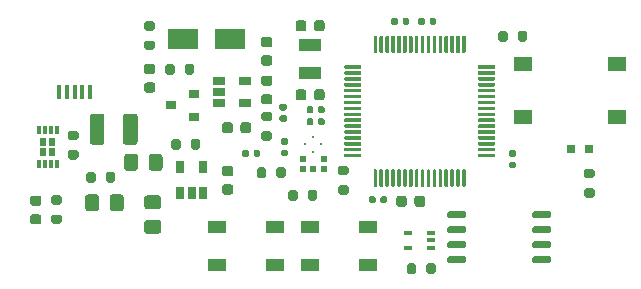
<source format=gtp>
G04 #@! TF.GenerationSoftware,KiCad,Pcbnew,5.1.10-88a1d61d58~90~ubuntu20.04.1*
G04 #@! TF.CreationDate,2022-01-29T20:14:16-05:00*
G04 #@! TF.ProjectId,slg,736c672e-6b69-4636-9164-5f7063625858,v1.0*
G04 #@! TF.SameCoordinates,Original*
G04 #@! TF.FileFunction,Paste,Top*
G04 #@! TF.FilePolarity,Positive*
%FSLAX46Y46*%
G04 Gerber Fmt 4.6, Leading zero omitted, Abs format (unit mm)*
G04 Created by KiCad (PCBNEW 5.1.10-88a1d61d58~90~ubuntu20.04.1) date 2022-01-29 20:14:16*
%MOMM*%
%LPD*%
G01*
G04 APERTURE LIST*
%ADD10R,1.500000X1.000000*%
%ADD11R,1.900000X1.100000*%
%ADD12R,0.650000X0.400000*%
%ADD13R,1.060000X0.650000*%
%ADD14R,0.580000X0.710000*%
%ADD15R,0.300000X0.750000*%
%ADD16R,0.650000X1.060000*%
%ADD17R,1.550000X1.300000*%
%ADD18R,0.900000X0.800000*%
%ADD19R,0.600000X0.522000*%
%ADD20C,0.300000*%
%ADD21R,0.450000X1.300000*%
%ADD22R,0.800000X0.800000*%
%ADD23R,2.500000X1.800000*%
G04 APERTURE END LIST*
G36*
G01*
X82175000Y-42695000D02*
X82175000Y-42395000D01*
G75*
G02*
X82325000Y-42245000I150000J0D01*
G01*
X83625000Y-42245000D01*
G75*
G02*
X83775000Y-42395000I0J-150000D01*
G01*
X83775000Y-42695000D01*
G75*
G02*
X83625000Y-42845000I-150000J0D01*
G01*
X82325000Y-42845000D01*
G75*
G02*
X82175000Y-42695000I0J150000D01*
G01*
G37*
G36*
G01*
X82175000Y-43965000D02*
X82175000Y-43665000D01*
G75*
G02*
X82325000Y-43515000I150000J0D01*
G01*
X83625000Y-43515000D01*
G75*
G02*
X83775000Y-43665000I0J-150000D01*
G01*
X83775000Y-43965000D01*
G75*
G02*
X83625000Y-44115000I-150000J0D01*
G01*
X82325000Y-44115000D01*
G75*
G02*
X82175000Y-43965000I0J150000D01*
G01*
G37*
G36*
G01*
X82175000Y-45235000D02*
X82175000Y-44935000D01*
G75*
G02*
X82325000Y-44785000I150000J0D01*
G01*
X83625000Y-44785000D01*
G75*
G02*
X83775000Y-44935000I0J-150000D01*
G01*
X83775000Y-45235000D01*
G75*
G02*
X83625000Y-45385000I-150000J0D01*
G01*
X82325000Y-45385000D01*
G75*
G02*
X82175000Y-45235000I0J150000D01*
G01*
G37*
G36*
G01*
X82175000Y-46505000D02*
X82175000Y-46205000D01*
G75*
G02*
X82325000Y-46055000I150000J0D01*
G01*
X83625000Y-46055000D01*
G75*
G02*
X83775000Y-46205000I0J-150000D01*
G01*
X83775000Y-46505000D01*
G75*
G02*
X83625000Y-46655000I-150000J0D01*
G01*
X82325000Y-46655000D01*
G75*
G02*
X82175000Y-46505000I0J150000D01*
G01*
G37*
G36*
G01*
X74975000Y-46505000D02*
X74975000Y-46205000D01*
G75*
G02*
X75125000Y-46055000I150000J0D01*
G01*
X76425000Y-46055000D01*
G75*
G02*
X76575000Y-46205000I0J-150000D01*
G01*
X76575000Y-46505000D01*
G75*
G02*
X76425000Y-46655000I-150000J0D01*
G01*
X75125000Y-46655000D01*
G75*
G02*
X74975000Y-46505000I0J150000D01*
G01*
G37*
G36*
G01*
X74975000Y-45235000D02*
X74975000Y-44935000D01*
G75*
G02*
X75125000Y-44785000I150000J0D01*
G01*
X76425000Y-44785000D01*
G75*
G02*
X76575000Y-44935000I0J-150000D01*
G01*
X76575000Y-45235000D01*
G75*
G02*
X76425000Y-45385000I-150000J0D01*
G01*
X75125000Y-45385000D01*
G75*
G02*
X74975000Y-45235000I0J150000D01*
G01*
G37*
G36*
G01*
X74975000Y-43965000D02*
X74975000Y-43665000D01*
G75*
G02*
X75125000Y-43515000I150000J0D01*
G01*
X76425000Y-43515000D01*
G75*
G02*
X76575000Y-43665000I0J-150000D01*
G01*
X76575000Y-43965000D01*
G75*
G02*
X76425000Y-44115000I-150000J0D01*
G01*
X75125000Y-44115000D01*
G75*
G02*
X74975000Y-43965000I0J150000D01*
G01*
G37*
G36*
G01*
X74975000Y-42695000D02*
X74975000Y-42395000D01*
G75*
G02*
X75125000Y-42245000I150000J0D01*
G01*
X76425000Y-42245000D01*
G75*
G02*
X76575000Y-42395000I0J-150000D01*
G01*
X76575000Y-42695000D01*
G75*
G02*
X76425000Y-42845000I-150000J0D01*
G01*
X75125000Y-42845000D01*
G75*
G02*
X74975000Y-42695000I0J150000D01*
G01*
G37*
G36*
G01*
X68744000Y-28782000D02*
X68744000Y-27457000D01*
G75*
G02*
X68819000Y-27382000I75000J0D01*
G01*
X68969000Y-27382000D01*
G75*
G02*
X69044000Y-27457000I0J-75000D01*
G01*
X69044000Y-28782000D01*
G75*
G02*
X68969000Y-28857000I-75000J0D01*
G01*
X68819000Y-28857000D01*
G75*
G02*
X68744000Y-28782000I0J75000D01*
G01*
G37*
G36*
G01*
X69244000Y-28782000D02*
X69244000Y-27457000D01*
G75*
G02*
X69319000Y-27382000I75000J0D01*
G01*
X69469000Y-27382000D01*
G75*
G02*
X69544000Y-27457000I0J-75000D01*
G01*
X69544000Y-28782000D01*
G75*
G02*
X69469000Y-28857000I-75000J0D01*
G01*
X69319000Y-28857000D01*
G75*
G02*
X69244000Y-28782000I0J75000D01*
G01*
G37*
G36*
G01*
X69744000Y-28782000D02*
X69744000Y-27457000D01*
G75*
G02*
X69819000Y-27382000I75000J0D01*
G01*
X69969000Y-27382000D01*
G75*
G02*
X70044000Y-27457000I0J-75000D01*
G01*
X70044000Y-28782000D01*
G75*
G02*
X69969000Y-28857000I-75000J0D01*
G01*
X69819000Y-28857000D01*
G75*
G02*
X69744000Y-28782000I0J75000D01*
G01*
G37*
G36*
G01*
X70244000Y-28782000D02*
X70244000Y-27457000D01*
G75*
G02*
X70319000Y-27382000I75000J0D01*
G01*
X70469000Y-27382000D01*
G75*
G02*
X70544000Y-27457000I0J-75000D01*
G01*
X70544000Y-28782000D01*
G75*
G02*
X70469000Y-28857000I-75000J0D01*
G01*
X70319000Y-28857000D01*
G75*
G02*
X70244000Y-28782000I0J75000D01*
G01*
G37*
G36*
G01*
X70744000Y-28782000D02*
X70744000Y-27457000D01*
G75*
G02*
X70819000Y-27382000I75000J0D01*
G01*
X70969000Y-27382000D01*
G75*
G02*
X71044000Y-27457000I0J-75000D01*
G01*
X71044000Y-28782000D01*
G75*
G02*
X70969000Y-28857000I-75000J0D01*
G01*
X70819000Y-28857000D01*
G75*
G02*
X70744000Y-28782000I0J75000D01*
G01*
G37*
G36*
G01*
X71244000Y-28782000D02*
X71244000Y-27457000D01*
G75*
G02*
X71319000Y-27382000I75000J0D01*
G01*
X71469000Y-27382000D01*
G75*
G02*
X71544000Y-27457000I0J-75000D01*
G01*
X71544000Y-28782000D01*
G75*
G02*
X71469000Y-28857000I-75000J0D01*
G01*
X71319000Y-28857000D01*
G75*
G02*
X71244000Y-28782000I0J75000D01*
G01*
G37*
G36*
G01*
X71744000Y-28782000D02*
X71744000Y-27457000D01*
G75*
G02*
X71819000Y-27382000I75000J0D01*
G01*
X71969000Y-27382000D01*
G75*
G02*
X72044000Y-27457000I0J-75000D01*
G01*
X72044000Y-28782000D01*
G75*
G02*
X71969000Y-28857000I-75000J0D01*
G01*
X71819000Y-28857000D01*
G75*
G02*
X71744000Y-28782000I0J75000D01*
G01*
G37*
G36*
G01*
X72244000Y-28782000D02*
X72244000Y-27457000D01*
G75*
G02*
X72319000Y-27382000I75000J0D01*
G01*
X72469000Y-27382000D01*
G75*
G02*
X72544000Y-27457000I0J-75000D01*
G01*
X72544000Y-28782000D01*
G75*
G02*
X72469000Y-28857000I-75000J0D01*
G01*
X72319000Y-28857000D01*
G75*
G02*
X72244000Y-28782000I0J75000D01*
G01*
G37*
G36*
G01*
X72744000Y-28782000D02*
X72744000Y-27457000D01*
G75*
G02*
X72819000Y-27382000I75000J0D01*
G01*
X72969000Y-27382000D01*
G75*
G02*
X73044000Y-27457000I0J-75000D01*
G01*
X73044000Y-28782000D01*
G75*
G02*
X72969000Y-28857000I-75000J0D01*
G01*
X72819000Y-28857000D01*
G75*
G02*
X72744000Y-28782000I0J75000D01*
G01*
G37*
G36*
G01*
X73244000Y-28782000D02*
X73244000Y-27457000D01*
G75*
G02*
X73319000Y-27382000I75000J0D01*
G01*
X73469000Y-27382000D01*
G75*
G02*
X73544000Y-27457000I0J-75000D01*
G01*
X73544000Y-28782000D01*
G75*
G02*
X73469000Y-28857000I-75000J0D01*
G01*
X73319000Y-28857000D01*
G75*
G02*
X73244000Y-28782000I0J75000D01*
G01*
G37*
G36*
G01*
X73744000Y-28782000D02*
X73744000Y-27457000D01*
G75*
G02*
X73819000Y-27382000I75000J0D01*
G01*
X73969000Y-27382000D01*
G75*
G02*
X74044000Y-27457000I0J-75000D01*
G01*
X74044000Y-28782000D01*
G75*
G02*
X73969000Y-28857000I-75000J0D01*
G01*
X73819000Y-28857000D01*
G75*
G02*
X73744000Y-28782000I0J75000D01*
G01*
G37*
G36*
G01*
X74244000Y-28782000D02*
X74244000Y-27457000D01*
G75*
G02*
X74319000Y-27382000I75000J0D01*
G01*
X74469000Y-27382000D01*
G75*
G02*
X74544000Y-27457000I0J-75000D01*
G01*
X74544000Y-28782000D01*
G75*
G02*
X74469000Y-28857000I-75000J0D01*
G01*
X74319000Y-28857000D01*
G75*
G02*
X74244000Y-28782000I0J75000D01*
G01*
G37*
G36*
G01*
X74744000Y-28782000D02*
X74744000Y-27457000D01*
G75*
G02*
X74819000Y-27382000I75000J0D01*
G01*
X74969000Y-27382000D01*
G75*
G02*
X75044000Y-27457000I0J-75000D01*
G01*
X75044000Y-28782000D01*
G75*
G02*
X74969000Y-28857000I-75000J0D01*
G01*
X74819000Y-28857000D01*
G75*
G02*
X74744000Y-28782000I0J75000D01*
G01*
G37*
G36*
G01*
X75244000Y-28782000D02*
X75244000Y-27457000D01*
G75*
G02*
X75319000Y-27382000I75000J0D01*
G01*
X75469000Y-27382000D01*
G75*
G02*
X75544000Y-27457000I0J-75000D01*
G01*
X75544000Y-28782000D01*
G75*
G02*
X75469000Y-28857000I-75000J0D01*
G01*
X75319000Y-28857000D01*
G75*
G02*
X75244000Y-28782000I0J75000D01*
G01*
G37*
G36*
G01*
X75744000Y-28782000D02*
X75744000Y-27457000D01*
G75*
G02*
X75819000Y-27382000I75000J0D01*
G01*
X75969000Y-27382000D01*
G75*
G02*
X76044000Y-27457000I0J-75000D01*
G01*
X76044000Y-28782000D01*
G75*
G02*
X75969000Y-28857000I-75000J0D01*
G01*
X75819000Y-28857000D01*
G75*
G02*
X75744000Y-28782000I0J75000D01*
G01*
G37*
G36*
G01*
X76244000Y-28782000D02*
X76244000Y-27457000D01*
G75*
G02*
X76319000Y-27382000I75000J0D01*
G01*
X76469000Y-27382000D01*
G75*
G02*
X76544000Y-27457000I0J-75000D01*
G01*
X76544000Y-28782000D01*
G75*
G02*
X76469000Y-28857000I-75000J0D01*
G01*
X76319000Y-28857000D01*
G75*
G02*
X76244000Y-28782000I0J75000D01*
G01*
G37*
G36*
G01*
X77569000Y-30107000D02*
X77569000Y-29957000D01*
G75*
G02*
X77644000Y-29882000I75000J0D01*
G01*
X78969000Y-29882000D01*
G75*
G02*
X79044000Y-29957000I0J-75000D01*
G01*
X79044000Y-30107000D01*
G75*
G02*
X78969000Y-30182000I-75000J0D01*
G01*
X77644000Y-30182000D01*
G75*
G02*
X77569000Y-30107000I0J75000D01*
G01*
G37*
G36*
G01*
X77569000Y-30607000D02*
X77569000Y-30457000D01*
G75*
G02*
X77644000Y-30382000I75000J0D01*
G01*
X78969000Y-30382000D01*
G75*
G02*
X79044000Y-30457000I0J-75000D01*
G01*
X79044000Y-30607000D01*
G75*
G02*
X78969000Y-30682000I-75000J0D01*
G01*
X77644000Y-30682000D01*
G75*
G02*
X77569000Y-30607000I0J75000D01*
G01*
G37*
G36*
G01*
X77569000Y-31107000D02*
X77569000Y-30957000D01*
G75*
G02*
X77644000Y-30882000I75000J0D01*
G01*
X78969000Y-30882000D01*
G75*
G02*
X79044000Y-30957000I0J-75000D01*
G01*
X79044000Y-31107000D01*
G75*
G02*
X78969000Y-31182000I-75000J0D01*
G01*
X77644000Y-31182000D01*
G75*
G02*
X77569000Y-31107000I0J75000D01*
G01*
G37*
G36*
G01*
X77569000Y-31607000D02*
X77569000Y-31457000D01*
G75*
G02*
X77644000Y-31382000I75000J0D01*
G01*
X78969000Y-31382000D01*
G75*
G02*
X79044000Y-31457000I0J-75000D01*
G01*
X79044000Y-31607000D01*
G75*
G02*
X78969000Y-31682000I-75000J0D01*
G01*
X77644000Y-31682000D01*
G75*
G02*
X77569000Y-31607000I0J75000D01*
G01*
G37*
G36*
G01*
X77569000Y-32107000D02*
X77569000Y-31957000D01*
G75*
G02*
X77644000Y-31882000I75000J0D01*
G01*
X78969000Y-31882000D01*
G75*
G02*
X79044000Y-31957000I0J-75000D01*
G01*
X79044000Y-32107000D01*
G75*
G02*
X78969000Y-32182000I-75000J0D01*
G01*
X77644000Y-32182000D01*
G75*
G02*
X77569000Y-32107000I0J75000D01*
G01*
G37*
G36*
G01*
X77569000Y-32607000D02*
X77569000Y-32457000D01*
G75*
G02*
X77644000Y-32382000I75000J0D01*
G01*
X78969000Y-32382000D01*
G75*
G02*
X79044000Y-32457000I0J-75000D01*
G01*
X79044000Y-32607000D01*
G75*
G02*
X78969000Y-32682000I-75000J0D01*
G01*
X77644000Y-32682000D01*
G75*
G02*
X77569000Y-32607000I0J75000D01*
G01*
G37*
G36*
G01*
X77569000Y-33107000D02*
X77569000Y-32957000D01*
G75*
G02*
X77644000Y-32882000I75000J0D01*
G01*
X78969000Y-32882000D01*
G75*
G02*
X79044000Y-32957000I0J-75000D01*
G01*
X79044000Y-33107000D01*
G75*
G02*
X78969000Y-33182000I-75000J0D01*
G01*
X77644000Y-33182000D01*
G75*
G02*
X77569000Y-33107000I0J75000D01*
G01*
G37*
G36*
G01*
X77569000Y-33607000D02*
X77569000Y-33457000D01*
G75*
G02*
X77644000Y-33382000I75000J0D01*
G01*
X78969000Y-33382000D01*
G75*
G02*
X79044000Y-33457000I0J-75000D01*
G01*
X79044000Y-33607000D01*
G75*
G02*
X78969000Y-33682000I-75000J0D01*
G01*
X77644000Y-33682000D01*
G75*
G02*
X77569000Y-33607000I0J75000D01*
G01*
G37*
G36*
G01*
X77569000Y-34107000D02*
X77569000Y-33957000D01*
G75*
G02*
X77644000Y-33882000I75000J0D01*
G01*
X78969000Y-33882000D01*
G75*
G02*
X79044000Y-33957000I0J-75000D01*
G01*
X79044000Y-34107000D01*
G75*
G02*
X78969000Y-34182000I-75000J0D01*
G01*
X77644000Y-34182000D01*
G75*
G02*
X77569000Y-34107000I0J75000D01*
G01*
G37*
G36*
G01*
X77569000Y-34607000D02*
X77569000Y-34457000D01*
G75*
G02*
X77644000Y-34382000I75000J0D01*
G01*
X78969000Y-34382000D01*
G75*
G02*
X79044000Y-34457000I0J-75000D01*
G01*
X79044000Y-34607000D01*
G75*
G02*
X78969000Y-34682000I-75000J0D01*
G01*
X77644000Y-34682000D01*
G75*
G02*
X77569000Y-34607000I0J75000D01*
G01*
G37*
G36*
G01*
X77569000Y-35107000D02*
X77569000Y-34957000D01*
G75*
G02*
X77644000Y-34882000I75000J0D01*
G01*
X78969000Y-34882000D01*
G75*
G02*
X79044000Y-34957000I0J-75000D01*
G01*
X79044000Y-35107000D01*
G75*
G02*
X78969000Y-35182000I-75000J0D01*
G01*
X77644000Y-35182000D01*
G75*
G02*
X77569000Y-35107000I0J75000D01*
G01*
G37*
G36*
G01*
X77569000Y-35607000D02*
X77569000Y-35457000D01*
G75*
G02*
X77644000Y-35382000I75000J0D01*
G01*
X78969000Y-35382000D01*
G75*
G02*
X79044000Y-35457000I0J-75000D01*
G01*
X79044000Y-35607000D01*
G75*
G02*
X78969000Y-35682000I-75000J0D01*
G01*
X77644000Y-35682000D01*
G75*
G02*
X77569000Y-35607000I0J75000D01*
G01*
G37*
G36*
G01*
X77569000Y-36107000D02*
X77569000Y-35957000D01*
G75*
G02*
X77644000Y-35882000I75000J0D01*
G01*
X78969000Y-35882000D01*
G75*
G02*
X79044000Y-35957000I0J-75000D01*
G01*
X79044000Y-36107000D01*
G75*
G02*
X78969000Y-36182000I-75000J0D01*
G01*
X77644000Y-36182000D01*
G75*
G02*
X77569000Y-36107000I0J75000D01*
G01*
G37*
G36*
G01*
X77569000Y-36607000D02*
X77569000Y-36457000D01*
G75*
G02*
X77644000Y-36382000I75000J0D01*
G01*
X78969000Y-36382000D01*
G75*
G02*
X79044000Y-36457000I0J-75000D01*
G01*
X79044000Y-36607000D01*
G75*
G02*
X78969000Y-36682000I-75000J0D01*
G01*
X77644000Y-36682000D01*
G75*
G02*
X77569000Y-36607000I0J75000D01*
G01*
G37*
G36*
G01*
X77569000Y-37107000D02*
X77569000Y-36957000D01*
G75*
G02*
X77644000Y-36882000I75000J0D01*
G01*
X78969000Y-36882000D01*
G75*
G02*
X79044000Y-36957000I0J-75000D01*
G01*
X79044000Y-37107000D01*
G75*
G02*
X78969000Y-37182000I-75000J0D01*
G01*
X77644000Y-37182000D01*
G75*
G02*
X77569000Y-37107000I0J75000D01*
G01*
G37*
G36*
G01*
X77569000Y-37607000D02*
X77569000Y-37457000D01*
G75*
G02*
X77644000Y-37382000I75000J0D01*
G01*
X78969000Y-37382000D01*
G75*
G02*
X79044000Y-37457000I0J-75000D01*
G01*
X79044000Y-37607000D01*
G75*
G02*
X78969000Y-37682000I-75000J0D01*
G01*
X77644000Y-37682000D01*
G75*
G02*
X77569000Y-37607000I0J75000D01*
G01*
G37*
G36*
G01*
X76244000Y-40107000D02*
X76244000Y-38782000D01*
G75*
G02*
X76319000Y-38707000I75000J0D01*
G01*
X76469000Y-38707000D01*
G75*
G02*
X76544000Y-38782000I0J-75000D01*
G01*
X76544000Y-40107000D01*
G75*
G02*
X76469000Y-40182000I-75000J0D01*
G01*
X76319000Y-40182000D01*
G75*
G02*
X76244000Y-40107000I0J75000D01*
G01*
G37*
G36*
G01*
X75744000Y-40107000D02*
X75744000Y-38782000D01*
G75*
G02*
X75819000Y-38707000I75000J0D01*
G01*
X75969000Y-38707000D01*
G75*
G02*
X76044000Y-38782000I0J-75000D01*
G01*
X76044000Y-40107000D01*
G75*
G02*
X75969000Y-40182000I-75000J0D01*
G01*
X75819000Y-40182000D01*
G75*
G02*
X75744000Y-40107000I0J75000D01*
G01*
G37*
G36*
G01*
X75244000Y-40107000D02*
X75244000Y-38782000D01*
G75*
G02*
X75319000Y-38707000I75000J0D01*
G01*
X75469000Y-38707000D01*
G75*
G02*
X75544000Y-38782000I0J-75000D01*
G01*
X75544000Y-40107000D01*
G75*
G02*
X75469000Y-40182000I-75000J0D01*
G01*
X75319000Y-40182000D01*
G75*
G02*
X75244000Y-40107000I0J75000D01*
G01*
G37*
G36*
G01*
X74744000Y-40107000D02*
X74744000Y-38782000D01*
G75*
G02*
X74819000Y-38707000I75000J0D01*
G01*
X74969000Y-38707000D01*
G75*
G02*
X75044000Y-38782000I0J-75000D01*
G01*
X75044000Y-40107000D01*
G75*
G02*
X74969000Y-40182000I-75000J0D01*
G01*
X74819000Y-40182000D01*
G75*
G02*
X74744000Y-40107000I0J75000D01*
G01*
G37*
G36*
G01*
X74244000Y-40107000D02*
X74244000Y-38782000D01*
G75*
G02*
X74319000Y-38707000I75000J0D01*
G01*
X74469000Y-38707000D01*
G75*
G02*
X74544000Y-38782000I0J-75000D01*
G01*
X74544000Y-40107000D01*
G75*
G02*
X74469000Y-40182000I-75000J0D01*
G01*
X74319000Y-40182000D01*
G75*
G02*
X74244000Y-40107000I0J75000D01*
G01*
G37*
G36*
G01*
X73744000Y-40107000D02*
X73744000Y-38782000D01*
G75*
G02*
X73819000Y-38707000I75000J0D01*
G01*
X73969000Y-38707000D01*
G75*
G02*
X74044000Y-38782000I0J-75000D01*
G01*
X74044000Y-40107000D01*
G75*
G02*
X73969000Y-40182000I-75000J0D01*
G01*
X73819000Y-40182000D01*
G75*
G02*
X73744000Y-40107000I0J75000D01*
G01*
G37*
G36*
G01*
X73244000Y-40107000D02*
X73244000Y-38782000D01*
G75*
G02*
X73319000Y-38707000I75000J0D01*
G01*
X73469000Y-38707000D01*
G75*
G02*
X73544000Y-38782000I0J-75000D01*
G01*
X73544000Y-40107000D01*
G75*
G02*
X73469000Y-40182000I-75000J0D01*
G01*
X73319000Y-40182000D01*
G75*
G02*
X73244000Y-40107000I0J75000D01*
G01*
G37*
G36*
G01*
X72744000Y-40107000D02*
X72744000Y-38782000D01*
G75*
G02*
X72819000Y-38707000I75000J0D01*
G01*
X72969000Y-38707000D01*
G75*
G02*
X73044000Y-38782000I0J-75000D01*
G01*
X73044000Y-40107000D01*
G75*
G02*
X72969000Y-40182000I-75000J0D01*
G01*
X72819000Y-40182000D01*
G75*
G02*
X72744000Y-40107000I0J75000D01*
G01*
G37*
G36*
G01*
X72244000Y-40107000D02*
X72244000Y-38782000D01*
G75*
G02*
X72319000Y-38707000I75000J0D01*
G01*
X72469000Y-38707000D01*
G75*
G02*
X72544000Y-38782000I0J-75000D01*
G01*
X72544000Y-40107000D01*
G75*
G02*
X72469000Y-40182000I-75000J0D01*
G01*
X72319000Y-40182000D01*
G75*
G02*
X72244000Y-40107000I0J75000D01*
G01*
G37*
G36*
G01*
X71744000Y-40107000D02*
X71744000Y-38782000D01*
G75*
G02*
X71819000Y-38707000I75000J0D01*
G01*
X71969000Y-38707000D01*
G75*
G02*
X72044000Y-38782000I0J-75000D01*
G01*
X72044000Y-40107000D01*
G75*
G02*
X71969000Y-40182000I-75000J0D01*
G01*
X71819000Y-40182000D01*
G75*
G02*
X71744000Y-40107000I0J75000D01*
G01*
G37*
G36*
G01*
X71244000Y-40107000D02*
X71244000Y-38782000D01*
G75*
G02*
X71319000Y-38707000I75000J0D01*
G01*
X71469000Y-38707000D01*
G75*
G02*
X71544000Y-38782000I0J-75000D01*
G01*
X71544000Y-40107000D01*
G75*
G02*
X71469000Y-40182000I-75000J0D01*
G01*
X71319000Y-40182000D01*
G75*
G02*
X71244000Y-40107000I0J75000D01*
G01*
G37*
G36*
G01*
X70744000Y-40107000D02*
X70744000Y-38782000D01*
G75*
G02*
X70819000Y-38707000I75000J0D01*
G01*
X70969000Y-38707000D01*
G75*
G02*
X71044000Y-38782000I0J-75000D01*
G01*
X71044000Y-40107000D01*
G75*
G02*
X70969000Y-40182000I-75000J0D01*
G01*
X70819000Y-40182000D01*
G75*
G02*
X70744000Y-40107000I0J75000D01*
G01*
G37*
G36*
G01*
X70244000Y-40107000D02*
X70244000Y-38782000D01*
G75*
G02*
X70319000Y-38707000I75000J0D01*
G01*
X70469000Y-38707000D01*
G75*
G02*
X70544000Y-38782000I0J-75000D01*
G01*
X70544000Y-40107000D01*
G75*
G02*
X70469000Y-40182000I-75000J0D01*
G01*
X70319000Y-40182000D01*
G75*
G02*
X70244000Y-40107000I0J75000D01*
G01*
G37*
G36*
G01*
X69744000Y-40107000D02*
X69744000Y-38782000D01*
G75*
G02*
X69819000Y-38707000I75000J0D01*
G01*
X69969000Y-38707000D01*
G75*
G02*
X70044000Y-38782000I0J-75000D01*
G01*
X70044000Y-40107000D01*
G75*
G02*
X69969000Y-40182000I-75000J0D01*
G01*
X69819000Y-40182000D01*
G75*
G02*
X69744000Y-40107000I0J75000D01*
G01*
G37*
G36*
G01*
X69244000Y-40107000D02*
X69244000Y-38782000D01*
G75*
G02*
X69319000Y-38707000I75000J0D01*
G01*
X69469000Y-38707000D01*
G75*
G02*
X69544000Y-38782000I0J-75000D01*
G01*
X69544000Y-40107000D01*
G75*
G02*
X69469000Y-40182000I-75000J0D01*
G01*
X69319000Y-40182000D01*
G75*
G02*
X69244000Y-40107000I0J75000D01*
G01*
G37*
G36*
G01*
X68744000Y-40107000D02*
X68744000Y-38782000D01*
G75*
G02*
X68819000Y-38707000I75000J0D01*
G01*
X68969000Y-38707000D01*
G75*
G02*
X69044000Y-38782000I0J-75000D01*
G01*
X69044000Y-40107000D01*
G75*
G02*
X68969000Y-40182000I-75000J0D01*
G01*
X68819000Y-40182000D01*
G75*
G02*
X68744000Y-40107000I0J75000D01*
G01*
G37*
G36*
G01*
X66244000Y-37607000D02*
X66244000Y-37457000D01*
G75*
G02*
X66319000Y-37382000I75000J0D01*
G01*
X67644000Y-37382000D01*
G75*
G02*
X67719000Y-37457000I0J-75000D01*
G01*
X67719000Y-37607000D01*
G75*
G02*
X67644000Y-37682000I-75000J0D01*
G01*
X66319000Y-37682000D01*
G75*
G02*
X66244000Y-37607000I0J75000D01*
G01*
G37*
G36*
G01*
X66244000Y-37107000D02*
X66244000Y-36957000D01*
G75*
G02*
X66319000Y-36882000I75000J0D01*
G01*
X67644000Y-36882000D01*
G75*
G02*
X67719000Y-36957000I0J-75000D01*
G01*
X67719000Y-37107000D01*
G75*
G02*
X67644000Y-37182000I-75000J0D01*
G01*
X66319000Y-37182000D01*
G75*
G02*
X66244000Y-37107000I0J75000D01*
G01*
G37*
G36*
G01*
X66244000Y-36607000D02*
X66244000Y-36457000D01*
G75*
G02*
X66319000Y-36382000I75000J0D01*
G01*
X67644000Y-36382000D01*
G75*
G02*
X67719000Y-36457000I0J-75000D01*
G01*
X67719000Y-36607000D01*
G75*
G02*
X67644000Y-36682000I-75000J0D01*
G01*
X66319000Y-36682000D01*
G75*
G02*
X66244000Y-36607000I0J75000D01*
G01*
G37*
G36*
G01*
X66244000Y-36107000D02*
X66244000Y-35957000D01*
G75*
G02*
X66319000Y-35882000I75000J0D01*
G01*
X67644000Y-35882000D01*
G75*
G02*
X67719000Y-35957000I0J-75000D01*
G01*
X67719000Y-36107000D01*
G75*
G02*
X67644000Y-36182000I-75000J0D01*
G01*
X66319000Y-36182000D01*
G75*
G02*
X66244000Y-36107000I0J75000D01*
G01*
G37*
G36*
G01*
X66244000Y-35607000D02*
X66244000Y-35457000D01*
G75*
G02*
X66319000Y-35382000I75000J0D01*
G01*
X67644000Y-35382000D01*
G75*
G02*
X67719000Y-35457000I0J-75000D01*
G01*
X67719000Y-35607000D01*
G75*
G02*
X67644000Y-35682000I-75000J0D01*
G01*
X66319000Y-35682000D01*
G75*
G02*
X66244000Y-35607000I0J75000D01*
G01*
G37*
G36*
G01*
X66244000Y-35107000D02*
X66244000Y-34957000D01*
G75*
G02*
X66319000Y-34882000I75000J0D01*
G01*
X67644000Y-34882000D01*
G75*
G02*
X67719000Y-34957000I0J-75000D01*
G01*
X67719000Y-35107000D01*
G75*
G02*
X67644000Y-35182000I-75000J0D01*
G01*
X66319000Y-35182000D01*
G75*
G02*
X66244000Y-35107000I0J75000D01*
G01*
G37*
G36*
G01*
X66244000Y-34607000D02*
X66244000Y-34457000D01*
G75*
G02*
X66319000Y-34382000I75000J0D01*
G01*
X67644000Y-34382000D01*
G75*
G02*
X67719000Y-34457000I0J-75000D01*
G01*
X67719000Y-34607000D01*
G75*
G02*
X67644000Y-34682000I-75000J0D01*
G01*
X66319000Y-34682000D01*
G75*
G02*
X66244000Y-34607000I0J75000D01*
G01*
G37*
G36*
G01*
X66244000Y-34107000D02*
X66244000Y-33957000D01*
G75*
G02*
X66319000Y-33882000I75000J0D01*
G01*
X67644000Y-33882000D01*
G75*
G02*
X67719000Y-33957000I0J-75000D01*
G01*
X67719000Y-34107000D01*
G75*
G02*
X67644000Y-34182000I-75000J0D01*
G01*
X66319000Y-34182000D01*
G75*
G02*
X66244000Y-34107000I0J75000D01*
G01*
G37*
G36*
G01*
X66244000Y-33607000D02*
X66244000Y-33457000D01*
G75*
G02*
X66319000Y-33382000I75000J0D01*
G01*
X67644000Y-33382000D01*
G75*
G02*
X67719000Y-33457000I0J-75000D01*
G01*
X67719000Y-33607000D01*
G75*
G02*
X67644000Y-33682000I-75000J0D01*
G01*
X66319000Y-33682000D01*
G75*
G02*
X66244000Y-33607000I0J75000D01*
G01*
G37*
G36*
G01*
X66244000Y-33107000D02*
X66244000Y-32957000D01*
G75*
G02*
X66319000Y-32882000I75000J0D01*
G01*
X67644000Y-32882000D01*
G75*
G02*
X67719000Y-32957000I0J-75000D01*
G01*
X67719000Y-33107000D01*
G75*
G02*
X67644000Y-33182000I-75000J0D01*
G01*
X66319000Y-33182000D01*
G75*
G02*
X66244000Y-33107000I0J75000D01*
G01*
G37*
G36*
G01*
X66244000Y-32607000D02*
X66244000Y-32457000D01*
G75*
G02*
X66319000Y-32382000I75000J0D01*
G01*
X67644000Y-32382000D01*
G75*
G02*
X67719000Y-32457000I0J-75000D01*
G01*
X67719000Y-32607000D01*
G75*
G02*
X67644000Y-32682000I-75000J0D01*
G01*
X66319000Y-32682000D01*
G75*
G02*
X66244000Y-32607000I0J75000D01*
G01*
G37*
G36*
G01*
X66244000Y-32107000D02*
X66244000Y-31957000D01*
G75*
G02*
X66319000Y-31882000I75000J0D01*
G01*
X67644000Y-31882000D01*
G75*
G02*
X67719000Y-31957000I0J-75000D01*
G01*
X67719000Y-32107000D01*
G75*
G02*
X67644000Y-32182000I-75000J0D01*
G01*
X66319000Y-32182000D01*
G75*
G02*
X66244000Y-32107000I0J75000D01*
G01*
G37*
G36*
G01*
X66244000Y-31607000D02*
X66244000Y-31457000D01*
G75*
G02*
X66319000Y-31382000I75000J0D01*
G01*
X67644000Y-31382000D01*
G75*
G02*
X67719000Y-31457000I0J-75000D01*
G01*
X67719000Y-31607000D01*
G75*
G02*
X67644000Y-31682000I-75000J0D01*
G01*
X66319000Y-31682000D01*
G75*
G02*
X66244000Y-31607000I0J75000D01*
G01*
G37*
G36*
G01*
X66244000Y-31107000D02*
X66244000Y-30957000D01*
G75*
G02*
X66319000Y-30882000I75000J0D01*
G01*
X67644000Y-30882000D01*
G75*
G02*
X67719000Y-30957000I0J-75000D01*
G01*
X67719000Y-31107000D01*
G75*
G02*
X67644000Y-31182000I-75000J0D01*
G01*
X66319000Y-31182000D01*
G75*
G02*
X66244000Y-31107000I0J75000D01*
G01*
G37*
G36*
G01*
X66244000Y-30607000D02*
X66244000Y-30457000D01*
G75*
G02*
X66319000Y-30382000I75000J0D01*
G01*
X67644000Y-30382000D01*
G75*
G02*
X67719000Y-30457000I0J-75000D01*
G01*
X67719000Y-30607000D01*
G75*
G02*
X67644000Y-30682000I-75000J0D01*
G01*
X66319000Y-30682000D01*
G75*
G02*
X66244000Y-30607000I0J75000D01*
G01*
G37*
G36*
G01*
X66244000Y-30107000D02*
X66244000Y-29957000D01*
G75*
G02*
X66319000Y-29882000I75000J0D01*
G01*
X67644000Y-29882000D01*
G75*
G02*
X67719000Y-29957000I0J-75000D01*
G01*
X67719000Y-30107000D01*
G75*
G02*
X67644000Y-30182000I-75000J0D01*
G01*
X66319000Y-30182000D01*
G75*
G02*
X66244000Y-30107000I0J75000D01*
G01*
G37*
D10*
X55462000Y-43612000D03*
X55462000Y-46812000D03*
X60362000Y-43612000D03*
X60362000Y-46812000D03*
G36*
G01*
X59940000Y-28377000D02*
X59440000Y-28377000D01*
G75*
G02*
X59215000Y-28152000I0J225000D01*
G01*
X59215000Y-27702000D01*
G75*
G02*
X59440000Y-27477000I225000J0D01*
G01*
X59940000Y-27477000D01*
G75*
G02*
X60165000Y-27702000I0J-225000D01*
G01*
X60165000Y-28152000D01*
G75*
G02*
X59940000Y-28377000I-225000J0D01*
G01*
G37*
G36*
G01*
X59940000Y-29927000D02*
X59440000Y-29927000D01*
G75*
G02*
X59215000Y-29702000I0J225000D01*
G01*
X59215000Y-29252000D01*
G75*
G02*
X59440000Y-29027000I225000J0D01*
G01*
X59940000Y-29027000D01*
G75*
G02*
X60165000Y-29252000I0J-225000D01*
G01*
X60165000Y-29702000D01*
G75*
G02*
X59940000Y-29927000I-225000J0D01*
G01*
G37*
D11*
X63373000Y-30542000D03*
X63373000Y-28132000D03*
D12*
X71694000Y-45354000D03*
X71694000Y-44054000D03*
X73594000Y-44704000D03*
X73594000Y-44054000D03*
X73594000Y-45354000D03*
D13*
X57869000Y-31181000D03*
X57869000Y-33081000D03*
X55669000Y-33081000D03*
X55669000Y-32131000D03*
X55669000Y-31181000D03*
D14*
X41510500Y-36392500D03*
X41510500Y-37267500D03*
X40785500Y-37267500D03*
X40785500Y-36392500D03*
D15*
X41898000Y-38280000D03*
X41398000Y-38280000D03*
X40898000Y-38280000D03*
X40398000Y-38280000D03*
X40398000Y-35380000D03*
X40898000Y-35380000D03*
X41398000Y-35380000D03*
X41898000Y-35380000D03*
D16*
X52390000Y-38524000D03*
X54290000Y-38524000D03*
X54290000Y-40724000D03*
X53340000Y-40724000D03*
X52390000Y-40724000D03*
D17*
X89319000Y-34254000D03*
X81369000Y-34254000D03*
X89319000Y-29754000D03*
X81369000Y-29754000D03*
G36*
G01*
X63163000Y-41169000D02*
X63163000Y-40619000D01*
G75*
G02*
X63363000Y-40419000I200000J0D01*
G01*
X63763000Y-40419000D01*
G75*
G02*
X63963000Y-40619000I0J-200000D01*
G01*
X63963000Y-41169000D01*
G75*
G02*
X63763000Y-41369000I-200000J0D01*
G01*
X63363000Y-41369000D01*
G75*
G02*
X63163000Y-41169000I0J200000D01*
G01*
G37*
G36*
G01*
X61513000Y-41169000D02*
X61513000Y-40619000D01*
G75*
G02*
X61713000Y-40419000I200000J0D01*
G01*
X62113000Y-40419000D01*
G75*
G02*
X62313000Y-40619000I0J-200000D01*
G01*
X62313000Y-41169000D01*
G75*
G02*
X62113000Y-41369000I-200000J0D01*
G01*
X61713000Y-41369000D01*
G75*
G02*
X61513000Y-41169000I0J200000D01*
G01*
G37*
G36*
G01*
X73196000Y-47392000D02*
X73196000Y-46842000D01*
G75*
G02*
X73396000Y-46642000I200000J0D01*
G01*
X73796000Y-46642000D01*
G75*
G02*
X73996000Y-46842000I0J-200000D01*
G01*
X73996000Y-47392000D01*
G75*
G02*
X73796000Y-47592000I-200000J0D01*
G01*
X73396000Y-47592000D01*
G75*
G02*
X73196000Y-47392000I0J200000D01*
G01*
G37*
G36*
G01*
X71546000Y-47392000D02*
X71546000Y-46842000D01*
G75*
G02*
X71746000Y-46642000I200000J0D01*
G01*
X72146000Y-46642000D01*
G75*
G02*
X72346000Y-46842000I0J-200000D01*
G01*
X72346000Y-47392000D01*
G75*
G02*
X72146000Y-47592000I-200000J0D01*
G01*
X71746000Y-47592000D01*
G75*
G02*
X71546000Y-47392000I0J200000D01*
G01*
G37*
G36*
G01*
X59646000Y-38714000D02*
X59646000Y-39264000D01*
G75*
G02*
X59446000Y-39464000I-200000J0D01*
G01*
X59046000Y-39464000D01*
G75*
G02*
X58846000Y-39264000I0J200000D01*
G01*
X58846000Y-38714000D01*
G75*
G02*
X59046000Y-38514000I200000J0D01*
G01*
X59446000Y-38514000D01*
G75*
G02*
X59646000Y-38714000I0J-200000D01*
G01*
G37*
G36*
G01*
X61296000Y-38714000D02*
X61296000Y-39264000D01*
G75*
G02*
X61096000Y-39464000I-200000J0D01*
G01*
X60696000Y-39464000D01*
G75*
G02*
X60496000Y-39264000I0J200000D01*
G01*
X60496000Y-38714000D01*
G75*
G02*
X60696000Y-38514000I200000J0D01*
G01*
X61096000Y-38514000D01*
G75*
G02*
X61296000Y-38714000I0J-200000D01*
G01*
G37*
G36*
G01*
X66442000Y-39199000D02*
X65892000Y-39199000D01*
G75*
G02*
X65692000Y-38999000I0J200000D01*
G01*
X65692000Y-38599000D01*
G75*
G02*
X65892000Y-38399000I200000J0D01*
G01*
X66442000Y-38399000D01*
G75*
G02*
X66642000Y-38599000I0J-200000D01*
G01*
X66642000Y-38999000D01*
G75*
G02*
X66442000Y-39199000I-200000J0D01*
G01*
G37*
G36*
G01*
X66442000Y-40849000D02*
X65892000Y-40849000D01*
G75*
G02*
X65692000Y-40649000I0J200000D01*
G01*
X65692000Y-40249000D01*
G75*
G02*
X65892000Y-40049000I200000J0D01*
G01*
X66442000Y-40049000D01*
G75*
G02*
X66642000Y-40249000I0J-200000D01*
G01*
X66642000Y-40649000D01*
G75*
G02*
X66442000Y-40849000I-200000J0D01*
G01*
G37*
G36*
G01*
X80943000Y-27707000D02*
X80943000Y-27157000D01*
G75*
G02*
X81143000Y-26957000I200000J0D01*
G01*
X81543000Y-26957000D01*
G75*
G02*
X81743000Y-27157000I0J-200000D01*
G01*
X81743000Y-27707000D01*
G75*
G02*
X81543000Y-27907000I-200000J0D01*
G01*
X81143000Y-27907000D01*
G75*
G02*
X80943000Y-27707000I0J200000D01*
G01*
G37*
G36*
G01*
X79293000Y-27707000D02*
X79293000Y-27157000D01*
G75*
G02*
X79493000Y-26957000I200000J0D01*
G01*
X79893000Y-26957000D01*
G75*
G02*
X80093000Y-27157000I0J-200000D01*
G01*
X80093000Y-27707000D01*
G75*
G02*
X79893000Y-27907000I-200000J0D01*
G01*
X79493000Y-27907000D01*
G75*
G02*
X79293000Y-27707000I0J200000D01*
G01*
G37*
G36*
G01*
X86720000Y-40303000D02*
X87270000Y-40303000D01*
G75*
G02*
X87470000Y-40503000I0J-200000D01*
G01*
X87470000Y-40903000D01*
G75*
G02*
X87270000Y-41103000I-200000J0D01*
G01*
X86720000Y-41103000D01*
G75*
G02*
X86520000Y-40903000I0J200000D01*
G01*
X86520000Y-40503000D01*
G75*
G02*
X86720000Y-40303000I200000J0D01*
G01*
G37*
G36*
G01*
X86720000Y-38653000D02*
X87270000Y-38653000D01*
G75*
G02*
X87470000Y-38853000I0J-200000D01*
G01*
X87470000Y-39253000D01*
G75*
G02*
X87270000Y-39453000I-200000J0D01*
G01*
X86720000Y-39453000D01*
G75*
G02*
X86520000Y-39253000I0J200000D01*
G01*
X86520000Y-38853000D01*
G75*
G02*
X86720000Y-38653000I200000J0D01*
G01*
G37*
G36*
G01*
X59415000Y-35477000D02*
X59965000Y-35477000D01*
G75*
G02*
X60165000Y-35677000I0J-200000D01*
G01*
X60165000Y-36077000D01*
G75*
G02*
X59965000Y-36277000I-200000J0D01*
G01*
X59415000Y-36277000D01*
G75*
G02*
X59215000Y-36077000I0J200000D01*
G01*
X59215000Y-35677000D01*
G75*
G02*
X59415000Y-35477000I200000J0D01*
G01*
G37*
G36*
G01*
X59415000Y-33827000D02*
X59965000Y-33827000D01*
G75*
G02*
X60165000Y-34027000I0J-200000D01*
G01*
X60165000Y-34427000D01*
G75*
G02*
X59965000Y-34627000I-200000J0D01*
G01*
X59415000Y-34627000D01*
G75*
G02*
X59215000Y-34427000I0J200000D01*
G01*
X59215000Y-34027000D01*
G75*
G02*
X59415000Y-33827000I200000J0D01*
G01*
G37*
G36*
G01*
X43032000Y-35415000D02*
X43582000Y-35415000D01*
G75*
G02*
X43782000Y-35615000I0J-200000D01*
G01*
X43782000Y-36015000D01*
G75*
G02*
X43582000Y-36215000I-200000J0D01*
G01*
X43032000Y-36215000D01*
G75*
G02*
X42832000Y-36015000I0J200000D01*
G01*
X42832000Y-35615000D01*
G75*
G02*
X43032000Y-35415000I200000J0D01*
G01*
G37*
G36*
G01*
X43032000Y-37065000D02*
X43582000Y-37065000D01*
G75*
G02*
X43782000Y-37265000I0J-200000D01*
G01*
X43782000Y-37665000D01*
G75*
G02*
X43582000Y-37865000I-200000J0D01*
G01*
X43032000Y-37865000D01*
G75*
G02*
X42832000Y-37665000I0J200000D01*
G01*
X42832000Y-37265000D01*
G75*
G02*
X43032000Y-37065000I200000J0D01*
G01*
G37*
G36*
G01*
X46082000Y-39645000D02*
X46082000Y-39095000D01*
G75*
G02*
X46282000Y-38895000I200000J0D01*
G01*
X46682000Y-38895000D01*
G75*
G02*
X46882000Y-39095000I0J-200000D01*
G01*
X46882000Y-39645000D01*
G75*
G02*
X46682000Y-39845000I-200000J0D01*
G01*
X46282000Y-39845000D01*
G75*
G02*
X46082000Y-39645000I0J200000D01*
G01*
G37*
G36*
G01*
X44432000Y-39645000D02*
X44432000Y-39095000D01*
G75*
G02*
X44632000Y-38895000I200000J0D01*
G01*
X45032000Y-38895000D01*
G75*
G02*
X45232000Y-39095000I0J-200000D01*
G01*
X45232000Y-39645000D01*
G75*
G02*
X45032000Y-39845000I-200000J0D01*
G01*
X44632000Y-39845000D01*
G75*
G02*
X44432000Y-39645000I0J200000D01*
G01*
G37*
G36*
G01*
X52749000Y-30501000D02*
X52749000Y-29951000D01*
G75*
G02*
X52949000Y-29751000I200000J0D01*
G01*
X53349000Y-29751000D01*
G75*
G02*
X53549000Y-29951000I0J-200000D01*
G01*
X53549000Y-30501000D01*
G75*
G02*
X53349000Y-30701000I-200000J0D01*
G01*
X52949000Y-30701000D01*
G75*
G02*
X52749000Y-30501000I0J200000D01*
G01*
G37*
G36*
G01*
X51099000Y-30501000D02*
X51099000Y-29951000D01*
G75*
G02*
X51299000Y-29751000I200000J0D01*
G01*
X51699000Y-29751000D01*
G75*
G02*
X51899000Y-29951000I0J-200000D01*
G01*
X51899000Y-30501000D01*
G75*
G02*
X51699000Y-30701000I-200000J0D01*
G01*
X51299000Y-30701000D01*
G75*
G02*
X51099000Y-30501000I0J200000D01*
G01*
G37*
G36*
G01*
X50059000Y-26944000D02*
X49509000Y-26944000D01*
G75*
G02*
X49309000Y-26744000I0J200000D01*
G01*
X49309000Y-26344000D01*
G75*
G02*
X49509000Y-26144000I200000J0D01*
G01*
X50059000Y-26144000D01*
G75*
G02*
X50259000Y-26344000I0J-200000D01*
G01*
X50259000Y-26744000D01*
G75*
G02*
X50059000Y-26944000I-200000J0D01*
G01*
G37*
G36*
G01*
X50059000Y-28594000D02*
X49509000Y-28594000D01*
G75*
G02*
X49309000Y-28394000I0J200000D01*
G01*
X49309000Y-27994000D01*
G75*
G02*
X49509000Y-27794000I200000J0D01*
G01*
X50059000Y-27794000D01*
G75*
G02*
X50259000Y-27994000I0J-200000D01*
G01*
X50259000Y-28394000D01*
G75*
G02*
X50059000Y-28594000I-200000J0D01*
G01*
G37*
G36*
G01*
X52407000Y-36301000D02*
X52407000Y-36851000D01*
G75*
G02*
X52207000Y-37051000I-200000J0D01*
G01*
X51807000Y-37051000D01*
G75*
G02*
X51607000Y-36851000I0J200000D01*
G01*
X51607000Y-36301000D01*
G75*
G02*
X51807000Y-36101000I200000J0D01*
G01*
X52207000Y-36101000D01*
G75*
G02*
X52407000Y-36301000I0J-200000D01*
G01*
G37*
G36*
G01*
X54057000Y-36301000D02*
X54057000Y-36851000D01*
G75*
G02*
X53857000Y-37051000I-200000J0D01*
G01*
X53457000Y-37051000D01*
G75*
G02*
X53257000Y-36851000I0J200000D01*
G01*
X53257000Y-36301000D01*
G75*
G02*
X53457000Y-36101000I200000J0D01*
G01*
X53857000Y-36101000D01*
G75*
G02*
X54057000Y-36301000I0J-200000D01*
G01*
G37*
G36*
G01*
X42185000Y-41676000D02*
X41635000Y-41676000D01*
G75*
G02*
X41435000Y-41476000I0J200000D01*
G01*
X41435000Y-41076000D01*
G75*
G02*
X41635000Y-40876000I200000J0D01*
G01*
X42185000Y-40876000D01*
G75*
G02*
X42385000Y-41076000I0J-200000D01*
G01*
X42385000Y-41476000D01*
G75*
G02*
X42185000Y-41676000I-200000J0D01*
G01*
G37*
G36*
G01*
X42185000Y-43326000D02*
X41635000Y-43326000D01*
G75*
G02*
X41435000Y-43126000I0J200000D01*
G01*
X41435000Y-42726000D01*
G75*
G02*
X41635000Y-42526000I200000J0D01*
G01*
X42185000Y-42526000D01*
G75*
G02*
X42385000Y-42726000I0J-200000D01*
G01*
X42385000Y-43126000D01*
G75*
G02*
X42185000Y-43326000I-200000J0D01*
G01*
G37*
D18*
X51578000Y-33274000D03*
X53578000Y-32324000D03*
X53578000Y-34224000D03*
D19*
X63627000Y-38650000D03*
X62727000Y-38650000D03*
X62727000Y-37828000D03*
X64527000Y-37828000D03*
X64527000Y-38650000D03*
D20*
X62965000Y-36576000D03*
X64289000Y-36576000D03*
X63627000Y-37238000D03*
X63627000Y-35914000D03*
G36*
G01*
X60914500Y-34099000D02*
X61259500Y-34099000D01*
G75*
G02*
X61407000Y-34246500I0J-147500D01*
G01*
X61407000Y-34541500D01*
G75*
G02*
X61259500Y-34689000I-147500J0D01*
G01*
X60914500Y-34689000D01*
G75*
G02*
X60767000Y-34541500I0J147500D01*
G01*
X60767000Y-34246500D01*
G75*
G02*
X60914500Y-34099000I147500J0D01*
G01*
G37*
G36*
G01*
X60914500Y-33129000D02*
X61259500Y-33129000D01*
G75*
G02*
X61407000Y-33276500I0J-147500D01*
G01*
X61407000Y-33571500D01*
G75*
G02*
X61259500Y-33719000I-147500J0D01*
G01*
X60914500Y-33719000D01*
G75*
G02*
X60767000Y-33571500I0J147500D01*
G01*
X60767000Y-33276500D01*
G75*
G02*
X60914500Y-33129000I147500J0D01*
G01*
G37*
G36*
G01*
X47511000Y-36381000D02*
X47511000Y-34231000D01*
G75*
G02*
X47761000Y-33981000I250000J0D01*
G01*
X48511000Y-33981000D01*
G75*
G02*
X48761000Y-34231000I0J-250000D01*
G01*
X48761000Y-36381000D01*
G75*
G02*
X48511000Y-36631000I-250000J0D01*
G01*
X47761000Y-36631000D01*
G75*
G02*
X47511000Y-36381000I0J250000D01*
G01*
G37*
G36*
G01*
X44711000Y-36381000D02*
X44711000Y-34231000D01*
G75*
G02*
X44961000Y-33981000I250000J0D01*
G01*
X45711000Y-33981000D01*
G75*
G02*
X45961000Y-34231000I0J-250000D01*
G01*
X45961000Y-36381000D01*
G75*
G02*
X45711000Y-36631000I-250000J0D01*
G01*
X44961000Y-36631000D01*
G75*
G02*
X44711000Y-36381000I0J250000D01*
G01*
G37*
D21*
X42134000Y-32126000D03*
X42784000Y-32126000D03*
X43434000Y-32126000D03*
X44084000Y-32126000D03*
X44734000Y-32126000D03*
D10*
X63336000Y-43612000D03*
X63336000Y-46812000D03*
X68236000Y-43612000D03*
X68236000Y-46812000D03*
D22*
X85483000Y-36957000D03*
X86983000Y-36957000D03*
G36*
G01*
X59946250Y-31628500D02*
X59433750Y-31628500D01*
G75*
G02*
X59215000Y-31409750I0J218750D01*
G01*
X59215000Y-30972250D01*
G75*
G02*
X59433750Y-30753500I218750J0D01*
G01*
X59946250Y-30753500D01*
G75*
G02*
X60165000Y-30972250I0J-218750D01*
G01*
X60165000Y-31409750D01*
G75*
G02*
X59946250Y-31628500I-218750J0D01*
G01*
G37*
G36*
G01*
X59946250Y-33203500D02*
X59433750Y-33203500D01*
G75*
G02*
X59215000Y-32984750I0J218750D01*
G01*
X59215000Y-32547250D01*
G75*
G02*
X59433750Y-32328500I218750J0D01*
G01*
X59946250Y-32328500D01*
G75*
G02*
X60165000Y-32547250I0J-218750D01*
G01*
X60165000Y-32984750D01*
G75*
G02*
X59946250Y-33203500I-218750J0D01*
G01*
G37*
G36*
G01*
X50040250Y-30638000D02*
X49527750Y-30638000D01*
G75*
G02*
X49309000Y-30419250I0J218750D01*
G01*
X49309000Y-29981750D01*
G75*
G02*
X49527750Y-29763000I218750J0D01*
G01*
X50040250Y-29763000D01*
G75*
G02*
X50259000Y-29981750I0J-218750D01*
G01*
X50259000Y-30419250D01*
G75*
G02*
X50040250Y-30638000I-218750J0D01*
G01*
G37*
G36*
G01*
X50040250Y-32213000D02*
X49527750Y-32213000D01*
G75*
G02*
X49309000Y-31994250I0J218750D01*
G01*
X49309000Y-31556750D01*
G75*
G02*
X49527750Y-31338000I218750J0D01*
G01*
X50040250Y-31338000D01*
G75*
G02*
X50259000Y-31556750I0J-218750D01*
G01*
X50259000Y-31994250D01*
G75*
G02*
X50040250Y-32213000I-218750J0D01*
G01*
G37*
D23*
X52610000Y-27686000D03*
X56610000Y-27686000D03*
G36*
G01*
X40388250Y-41788500D02*
X39875750Y-41788500D01*
G75*
G02*
X39657000Y-41569750I0J218750D01*
G01*
X39657000Y-41132250D01*
G75*
G02*
X39875750Y-40913500I218750J0D01*
G01*
X40388250Y-40913500D01*
G75*
G02*
X40607000Y-41132250I0J-218750D01*
G01*
X40607000Y-41569750D01*
G75*
G02*
X40388250Y-41788500I-218750J0D01*
G01*
G37*
G36*
G01*
X40388250Y-43363500D02*
X39875750Y-43363500D01*
G75*
G02*
X39657000Y-43144750I0J218750D01*
G01*
X39657000Y-42707250D01*
G75*
G02*
X39875750Y-42488500I218750J0D01*
G01*
X40388250Y-42488500D01*
G75*
G02*
X40607000Y-42707250I0J-218750D01*
G01*
X40607000Y-43144750D01*
G75*
G02*
X40388250Y-43363500I-218750J0D01*
G01*
G37*
G36*
G01*
X63048000Y-26293000D02*
X63048000Y-26793000D01*
G75*
G02*
X62823000Y-27018000I-225000J0D01*
G01*
X62373000Y-27018000D01*
G75*
G02*
X62148000Y-26793000I0J225000D01*
G01*
X62148000Y-26293000D01*
G75*
G02*
X62373000Y-26068000I225000J0D01*
G01*
X62823000Y-26068000D01*
G75*
G02*
X63048000Y-26293000I0J-225000D01*
G01*
G37*
G36*
G01*
X64598000Y-26293000D02*
X64598000Y-26793000D01*
G75*
G02*
X64373000Y-27018000I-225000J0D01*
G01*
X63923000Y-27018000D01*
G75*
G02*
X63698000Y-26793000I0J225000D01*
G01*
X63698000Y-26293000D01*
G75*
G02*
X63923000Y-26068000I225000J0D01*
G01*
X64373000Y-26068000D01*
G75*
G02*
X64598000Y-26293000I0J-225000D01*
G01*
G37*
G36*
G01*
X63698000Y-32635000D02*
X63698000Y-32135000D01*
G75*
G02*
X63923000Y-31910000I225000J0D01*
G01*
X64373000Y-31910000D01*
G75*
G02*
X64598000Y-32135000I0J-225000D01*
G01*
X64598000Y-32635000D01*
G75*
G02*
X64373000Y-32860000I-225000J0D01*
G01*
X63923000Y-32860000D01*
G75*
G02*
X63698000Y-32635000I0J225000D01*
G01*
G37*
G36*
G01*
X62148000Y-32635000D02*
X62148000Y-32135000D01*
G75*
G02*
X62373000Y-31910000I225000J0D01*
G01*
X62823000Y-31910000D01*
G75*
G02*
X63048000Y-32135000I0J-225000D01*
G01*
X63048000Y-32635000D01*
G75*
G02*
X62823000Y-32860000I-225000J0D01*
G01*
X62373000Y-32860000D01*
G75*
G02*
X62148000Y-32635000I0J225000D01*
G01*
G37*
G36*
G01*
X61384000Y-36630000D02*
X61044000Y-36630000D01*
G75*
G02*
X60904000Y-36490000I0J140000D01*
G01*
X60904000Y-36210000D01*
G75*
G02*
X61044000Y-36070000I140000J0D01*
G01*
X61384000Y-36070000D01*
G75*
G02*
X61524000Y-36210000I0J-140000D01*
G01*
X61524000Y-36490000D01*
G75*
G02*
X61384000Y-36630000I-140000J0D01*
G01*
G37*
G36*
G01*
X61384000Y-37590000D02*
X61044000Y-37590000D01*
G75*
G02*
X60904000Y-37450000I0J140000D01*
G01*
X60904000Y-37170000D01*
G75*
G02*
X61044000Y-37030000I140000J0D01*
G01*
X61384000Y-37030000D01*
G75*
G02*
X61524000Y-37170000I0J-140000D01*
G01*
X61524000Y-37450000D01*
G75*
G02*
X61384000Y-37590000I-140000J0D01*
G01*
G37*
G36*
G01*
X58192000Y-37168000D02*
X58192000Y-37508000D01*
G75*
G02*
X58052000Y-37648000I-140000J0D01*
G01*
X57772000Y-37648000D01*
G75*
G02*
X57632000Y-37508000I0J140000D01*
G01*
X57632000Y-37168000D01*
G75*
G02*
X57772000Y-37028000I140000J0D01*
G01*
X58052000Y-37028000D01*
G75*
G02*
X58192000Y-37168000I0J-140000D01*
G01*
G37*
G36*
G01*
X59152000Y-37168000D02*
X59152000Y-37508000D01*
G75*
G02*
X59012000Y-37648000I-140000J0D01*
G01*
X58732000Y-37648000D01*
G75*
G02*
X58592000Y-37508000I0J140000D01*
G01*
X58592000Y-37168000D01*
G75*
G02*
X58732000Y-37028000I140000J0D01*
G01*
X59012000Y-37028000D01*
G75*
G02*
X59152000Y-37168000I0J-140000D01*
G01*
G37*
G36*
G01*
X63653000Y-34501000D02*
X63653000Y-34841000D01*
G75*
G02*
X63513000Y-34981000I-140000J0D01*
G01*
X63233000Y-34981000D01*
G75*
G02*
X63093000Y-34841000I0J140000D01*
G01*
X63093000Y-34501000D01*
G75*
G02*
X63233000Y-34361000I140000J0D01*
G01*
X63513000Y-34361000D01*
G75*
G02*
X63653000Y-34501000I0J-140000D01*
G01*
G37*
G36*
G01*
X64613000Y-34501000D02*
X64613000Y-34841000D01*
G75*
G02*
X64473000Y-34981000I-140000J0D01*
G01*
X64193000Y-34981000D01*
G75*
G02*
X64053000Y-34841000I0J140000D01*
G01*
X64053000Y-34501000D01*
G75*
G02*
X64193000Y-34361000I140000J0D01*
G01*
X64473000Y-34361000D01*
G75*
G02*
X64613000Y-34501000I0J-140000D01*
G01*
G37*
G36*
G01*
X64053000Y-33825000D02*
X64053000Y-33485000D01*
G75*
G02*
X64193000Y-33345000I140000J0D01*
G01*
X64473000Y-33345000D01*
G75*
G02*
X64613000Y-33485000I0J-140000D01*
G01*
X64613000Y-33825000D01*
G75*
G02*
X64473000Y-33965000I-140000J0D01*
G01*
X64193000Y-33965000D01*
G75*
G02*
X64053000Y-33825000I0J140000D01*
G01*
G37*
G36*
G01*
X63093000Y-33825000D02*
X63093000Y-33485000D01*
G75*
G02*
X63233000Y-33345000I140000J0D01*
G01*
X63513000Y-33345000D01*
G75*
G02*
X63653000Y-33485000I0J-140000D01*
G01*
X63653000Y-33825000D01*
G75*
G02*
X63513000Y-33965000I-140000J0D01*
G01*
X63233000Y-33965000D01*
G75*
G02*
X63093000Y-33825000I0J140000D01*
G01*
G37*
G36*
G01*
X73479000Y-26332000D02*
X73479000Y-25992000D01*
G75*
G02*
X73619000Y-25852000I140000J0D01*
G01*
X73899000Y-25852000D01*
G75*
G02*
X74039000Y-25992000I0J-140000D01*
G01*
X74039000Y-26332000D01*
G75*
G02*
X73899000Y-26472000I-140000J0D01*
G01*
X73619000Y-26472000D01*
G75*
G02*
X73479000Y-26332000I0J140000D01*
G01*
G37*
G36*
G01*
X72519000Y-26332000D02*
X72519000Y-25992000D01*
G75*
G02*
X72659000Y-25852000I140000J0D01*
G01*
X72939000Y-25852000D01*
G75*
G02*
X73079000Y-25992000I0J-140000D01*
G01*
X73079000Y-26332000D01*
G75*
G02*
X72939000Y-26472000I-140000J0D01*
G01*
X72659000Y-26472000D01*
G75*
G02*
X72519000Y-26332000I0J140000D01*
G01*
G37*
G36*
G01*
X68916000Y-41105000D02*
X68916000Y-41445000D01*
G75*
G02*
X68776000Y-41585000I-140000J0D01*
G01*
X68496000Y-41585000D01*
G75*
G02*
X68356000Y-41445000I0J140000D01*
G01*
X68356000Y-41105000D01*
G75*
G02*
X68496000Y-40965000I140000J0D01*
G01*
X68776000Y-40965000D01*
G75*
G02*
X68916000Y-41105000I0J-140000D01*
G01*
G37*
G36*
G01*
X69876000Y-41105000D02*
X69876000Y-41445000D01*
G75*
G02*
X69736000Y-41585000I-140000J0D01*
G01*
X69456000Y-41585000D01*
G75*
G02*
X69316000Y-41445000I0J140000D01*
G01*
X69316000Y-41105000D01*
G75*
G02*
X69456000Y-40965000I140000J0D01*
G01*
X69736000Y-40965000D01*
G75*
G02*
X69876000Y-41105000I0J-140000D01*
G01*
G37*
G36*
G01*
X80348000Y-38046000D02*
X80688000Y-38046000D01*
G75*
G02*
X80828000Y-38186000I0J-140000D01*
G01*
X80828000Y-38466000D01*
G75*
G02*
X80688000Y-38606000I-140000J0D01*
G01*
X80348000Y-38606000D01*
G75*
G02*
X80208000Y-38466000I0J140000D01*
G01*
X80208000Y-38186000D01*
G75*
G02*
X80348000Y-38046000I140000J0D01*
G01*
G37*
G36*
G01*
X80348000Y-37086000D02*
X80688000Y-37086000D01*
G75*
G02*
X80828000Y-37226000I0J-140000D01*
G01*
X80828000Y-37506000D01*
G75*
G02*
X80688000Y-37646000I-140000J0D01*
G01*
X80348000Y-37646000D01*
G75*
G02*
X80208000Y-37506000I0J140000D01*
G01*
X80208000Y-37226000D01*
G75*
G02*
X80348000Y-37086000I140000J0D01*
G01*
G37*
G36*
G01*
X70793000Y-25992000D02*
X70793000Y-26332000D01*
G75*
G02*
X70653000Y-26472000I-140000J0D01*
G01*
X70373000Y-26472000D01*
G75*
G02*
X70233000Y-26332000I0J140000D01*
G01*
X70233000Y-25992000D01*
G75*
G02*
X70373000Y-25852000I140000J0D01*
G01*
X70653000Y-25852000D01*
G75*
G02*
X70793000Y-25992000I0J-140000D01*
G01*
G37*
G36*
G01*
X71753000Y-25992000D02*
X71753000Y-26332000D01*
G75*
G02*
X71613000Y-26472000I-140000J0D01*
G01*
X71333000Y-26472000D01*
G75*
G02*
X71193000Y-26332000I0J140000D01*
G01*
X71193000Y-25992000D01*
G75*
G02*
X71333000Y-25852000I140000J0D01*
G01*
X71613000Y-25852000D01*
G75*
G02*
X71753000Y-25992000I0J-140000D01*
G01*
G37*
G36*
G01*
X72207000Y-41652000D02*
X72207000Y-41152000D01*
G75*
G02*
X72432000Y-40927000I225000J0D01*
G01*
X72882000Y-40927000D01*
G75*
G02*
X73107000Y-41152000I0J-225000D01*
G01*
X73107000Y-41652000D01*
G75*
G02*
X72882000Y-41877000I-225000J0D01*
G01*
X72432000Y-41877000D01*
G75*
G02*
X72207000Y-41652000I0J225000D01*
G01*
G37*
G36*
G01*
X70657000Y-41652000D02*
X70657000Y-41152000D01*
G75*
G02*
X70882000Y-40927000I225000J0D01*
G01*
X71332000Y-40927000D01*
G75*
G02*
X71557000Y-41152000I0J-225000D01*
G01*
X71557000Y-41652000D01*
G75*
G02*
X71332000Y-41877000I-225000J0D01*
G01*
X70882000Y-41877000D01*
G75*
G02*
X70657000Y-41652000I0J225000D01*
G01*
G37*
G36*
G01*
X46402500Y-42004000D02*
X46402500Y-41054000D01*
G75*
G02*
X46652500Y-40804000I250000J0D01*
G01*
X47327500Y-40804000D01*
G75*
G02*
X47577500Y-41054000I0J-250000D01*
G01*
X47577500Y-42004000D01*
G75*
G02*
X47327500Y-42254000I-250000J0D01*
G01*
X46652500Y-42254000D01*
G75*
G02*
X46402500Y-42004000I0J250000D01*
G01*
G37*
G36*
G01*
X44327500Y-42004000D02*
X44327500Y-41054000D01*
G75*
G02*
X44577500Y-40804000I250000J0D01*
G01*
X45252500Y-40804000D01*
G75*
G02*
X45502500Y-41054000I0J-250000D01*
G01*
X45502500Y-42004000D01*
G75*
G02*
X45252500Y-42254000I-250000J0D01*
G01*
X44577500Y-42254000D01*
G75*
G02*
X44327500Y-42004000I0J250000D01*
G01*
G37*
G36*
G01*
X49563000Y-42973500D02*
X50513000Y-42973500D01*
G75*
G02*
X50763000Y-43223500I0J-250000D01*
G01*
X50763000Y-43898500D01*
G75*
G02*
X50513000Y-44148500I-250000J0D01*
G01*
X49563000Y-44148500D01*
G75*
G02*
X49313000Y-43898500I0J250000D01*
G01*
X49313000Y-43223500D01*
G75*
G02*
X49563000Y-42973500I250000J0D01*
G01*
G37*
G36*
G01*
X49563000Y-40898500D02*
X50513000Y-40898500D01*
G75*
G02*
X50763000Y-41148500I0J-250000D01*
G01*
X50763000Y-41823500D01*
G75*
G02*
X50513000Y-42073500I-250000J0D01*
G01*
X49563000Y-42073500D01*
G75*
G02*
X49313000Y-41823500I0J250000D01*
G01*
X49313000Y-41148500D01*
G75*
G02*
X49563000Y-40898500I250000J0D01*
G01*
G37*
G36*
G01*
X56825000Y-34929000D02*
X56825000Y-35429000D01*
G75*
G02*
X56600000Y-35654000I-225000J0D01*
G01*
X56150000Y-35654000D01*
G75*
G02*
X55925000Y-35429000I0J225000D01*
G01*
X55925000Y-34929000D01*
G75*
G02*
X56150000Y-34704000I225000J0D01*
G01*
X56600000Y-34704000D01*
G75*
G02*
X56825000Y-34929000I0J-225000D01*
G01*
G37*
G36*
G01*
X58375000Y-34929000D02*
X58375000Y-35429000D01*
G75*
G02*
X58150000Y-35654000I-225000J0D01*
G01*
X57700000Y-35654000D01*
G75*
G02*
X57475000Y-35429000I0J225000D01*
G01*
X57475000Y-34929000D01*
G75*
G02*
X57700000Y-34704000I225000J0D01*
G01*
X58150000Y-34704000D01*
G75*
G02*
X58375000Y-34929000I0J-225000D01*
G01*
G37*
G36*
G01*
X49704500Y-38575000D02*
X49704500Y-37625000D01*
G75*
G02*
X49954500Y-37375000I250000J0D01*
G01*
X50629500Y-37375000D01*
G75*
G02*
X50879500Y-37625000I0J-250000D01*
G01*
X50879500Y-38575000D01*
G75*
G02*
X50629500Y-38825000I-250000J0D01*
G01*
X49954500Y-38825000D01*
G75*
G02*
X49704500Y-38575000I0J250000D01*
G01*
G37*
G36*
G01*
X47629500Y-38575000D02*
X47629500Y-37625000D01*
G75*
G02*
X47879500Y-37375000I250000J0D01*
G01*
X48554500Y-37375000D01*
G75*
G02*
X48804500Y-37625000I0J-250000D01*
G01*
X48804500Y-38575000D01*
G75*
G02*
X48554500Y-38825000I-250000J0D01*
G01*
X47879500Y-38825000D01*
G75*
G02*
X47629500Y-38575000I0J250000D01*
G01*
G37*
G36*
G01*
X56138000Y-39949000D02*
X56638000Y-39949000D01*
G75*
G02*
X56863000Y-40174000I0J-225000D01*
G01*
X56863000Y-40624000D01*
G75*
G02*
X56638000Y-40849000I-225000J0D01*
G01*
X56138000Y-40849000D01*
G75*
G02*
X55913000Y-40624000I0J225000D01*
G01*
X55913000Y-40174000D01*
G75*
G02*
X56138000Y-39949000I225000J0D01*
G01*
G37*
G36*
G01*
X56138000Y-38399000D02*
X56638000Y-38399000D01*
G75*
G02*
X56863000Y-38624000I0J-225000D01*
G01*
X56863000Y-39074000D01*
G75*
G02*
X56638000Y-39299000I-225000J0D01*
G01*
X56138000Y-39299000D01*
G75*
G02*
X55913000Y-39074000I0J225000D01*
G01*
X55913000Y-38624000D01*
G75*
G02*
X56138000Y-38399000I225000J0D01*
G01*
G37*
M02*

</source>
